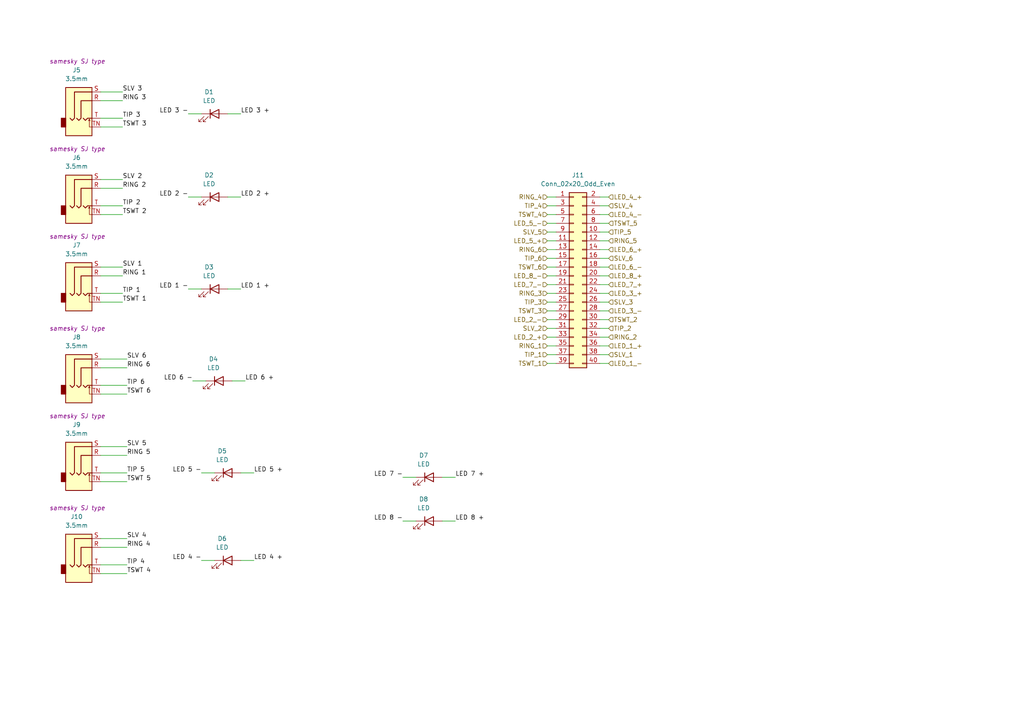
<source format=kicad_sch>
(kicad_sch (version 20231120) (generator "eeschema") (generator_version "8.0")
  (paper "A4")
  (lib_symbols
    (symbol "Connector_Audio:AudioJack3_SwitchT"
      (property "Reference" "J" (at 0 8.89 0))
      (property "Value" "AudioJack3_SwitchT" (at 0 6.35 0))
      (symbol "AudioJack3_SwitchT_0_1"
        (rectangle (start -5.08 -5.08) (end -6.35 -7.62) (stroke (width 0.254)) (fill (type outline)))
        (polyline (pts (xy 1.778 -5.334) (xy 2.032 -5.842)))
        (polyline (pts (xy 0 -5.08) (xy 0.635 -5.715) (xy 1.27 -5.08) (xy 2.54 -5.08)) (stroke (width 0.254)))
        (polyline (pts (xy 2.54 -7.62) (xy 1.778 -7.62) (xy 1.778 -5.334) (xy 1.524 -5.842)))
        (polyline (pts (xy -1.905 -5.08) (xy -1.27 -5.715) (xy -0.635 -5.08) (xy -0.635 0) (xy 2.54 0)) (stroke (width 0.254)))
        (polyline (pts (xy 2.54 2.54) (xy -2.54 2.54) (xy -2.54 -5.08) (xy -3.175 -5.715) (xy -3.81 -5.08)) (stroke (width 0.254)))
        (rectangle (start 2.54 3.81) (end -5.08 -10.16) (stroke (width 0.254)) (fill (type background)))
      )
      (symbol "AudioJack3_SwitchT_1_1"
        (pin passive line (at 5.08 0 180) (length 2.54) (name "~") (number "R"))
        (pin passive line (at 5.08 2.54 180) (length 2.54) (name "~") (number "S"))
        (pin passive line (at 5.08 -5.08 180) (length 2.54) (name "~") (number "T"))
        (pin passive line (at 5.08 -7.62 180) (length 2.54) (name "~") (number "TN"))
      )
    )
    (symbol "Connector_Generic:Conn_02x20_Odd_Even" (pin_names (offset 1.016) hide)
      (property "Reference" "J" (at 1.27 25.4 0))
      (property "Value" "Conn_02x20_Odd_Even" (at 1.27 -27.94 0))
      (symbol "Conn_02x20_Odd_Even_1_1"
        (rectangle (start -1.27 -25.273) (end 0 -25.527) (stroke (width 0.1524)))
        (rectangle (start -1.27 -22.733) (end 0 -22.987) (stroke (width 0.1524)))
        (rectangle (start -1.27 -20.193) (end 0 -20.447) (stroke (width 0.1524)))
        (rectangle (start -1.27 -17.653) (end 0 -17.907) (stroke (width 0.1524)))
        (rectangle (start -1.27 -15.113) (end 0 -15.367) (stroke (width 0.1524)))
        (rectangle (start -1.27 -12.573) (end 0 -12.827) (stroke (width 0.1524)))
        (rectangle (start -1.27 -10.033) (end 0 -10.287) (stroke (width 0.1524)))
        (rectangle (start -1.27 -7.493) (end 0 -7.747) (stroke (width 0.1524)))
        (rectangle (start -1.27 -4.953) (end 0 -5.207) (stroke (width 0.1524)))
        (rectangle (start -1.27 -2.413) (end 0 -2.667) (stroke (width 0.1524)))
        (rectangle (start -1.27 0.127) (end 0 -0.127) (stroke (width 0.1524)))
        (rectangle (start -1.27 2.667) (end 0 2.413) (stroke (width 0.1524)))
        (rectangle (start -1.27 5.207) (end 0 4.953) (stroke (width 0.1524)))
        (rectangle (start -1.27 7.747) (end 0 7.493) (stroke (width 0.1524)))
        (rectangle (start -1.27 10.287) (end 0 10.033) (stroke (width 0.1524)))
        (rectangle (start -1.27 12.827) (end 0 12.573) (stroke (width 0.1524)))
        (rectangle (start -1.27 15.367) (end 0 15.113) (stroke (width 0.1524)))
        (rectangle (start -1.27 17.907) (end 0 17.653) (stroke (width 0.1524)))
        (rectangle (start -1.27 20.447) (end 0 20.193) (stroke (width 0.1524)))
        (rectangle (start -1.27 22.987) (end 0 22.733) (stroke (width 0.1524)))
        (rectangle (start -1.27 24.13) (end 3.81 -26.67) (stroke (width 0.254)) (fill (type background)))
        (rectangle (start 3.81 -25.273) (end 2.54 -25.527) (stroke (width 0.1524)))
        (rectangle (start 3.81 -22.733) (end 2.54 -22.987) (stroke (width 0.1524)))
        (rectangle (start 3.81 -20.193) (end 2.54 -20.447) (stroke (width 0.1524)))
        (rectangle (start 3.81 -17.653) (end 2.54 -17.907) (stroke (width 0.1524)))
        (rectangle (start 3.81 -15.113) (end 2.54 -15.367) (stroke (width 0.1524)))
        (rectangle (start 3.81 -12.573) (end 2.54 -12.827) (stroke (width 0.1524)))
        (rectangle (start 3.81 -10.033) (end 2.54 -10.287) (stroke (width 0.1524)))
        (rectangle (start 3.81 -7.493) (end 2.54 -7.747) (stroke (width 0.1524)))
        (rectangle (start 3.81 -4.953) (end 2.54 -5.207) (stroke (width 0.1524)))
        (rectangle (start 3.81 -2.413) (end 2.54 -2.667) (stroke (width 0.1524)))
        (rectangle (start 3.81 0.127) (end 2.54 -0.127) (stroke (width 0.1524)))
        (rectangle (start 3.81 2.667) (end 2.54 2.413) (stroke (width 0.1524)))
        (rectangle (start 3.81 5.207) (end 2.54 4.953) (stroke (width 0.1524)))
        (rectangle (start 3.81 7.747) (end 2.54 7.493) (stroke (width 0.1524)))
        (rectangle (start 3.81 10.287) (end 2.54 10.033) (stroke (width 0.1524)))
        (rectangle (start 3.81 12.827) (end 2.54 12.573) (stroke (width 0.1524)))
        (rectangle (start 3.81 15.367) (end 2.54 15.113) (stroke (width 0.1524)))
        (rectangle (start 3.81 17.907) (end 2.54 17.653) (stroke (width 0.1524)))
        (rectangle (start 3.81 20.447) (end 2.54 20.193) (stroke (width 0.1524)))
        (rectangle (start 3.81 22.987) (end 2.54 22.733) (stroke (width 0.1524)))
        (pin passive line (at -5.08 22.86 0) (length 3.81) (name "Pin_1") (number "1"))
        (pin passive line (at 7.62 12.7 180) (length 3.81) (name "Pin_10") (number "10"))
        (pin passive line (at -5.08 10.16 0) (length 3.81) (name "Pin_11") (number "11"))
        (pin passive line (at 7.62 10.16 180) (length 3.81) (name "Pin_12") (number "12"))
        (pin passive line (at -5.08 7.62 0) (length 3.81) (name "Pin_13") (number "13"))
        (pin passive line (at 7.62 7.62 180) (length 3.81) (name "Pin_14") (number "14"))
        (pin passive line (at -5.08 5.08 0) (length 3.81) (name "Pin_15") (number "15"))
        (pin passive line (at 7.62 5.08 180) (length 3.81) (name "Pin_16") (number "16"))
        (pin passive line (at -5.08 2.54 0) (length 3.81) (name "Pin_17") (number "17"))
        (pin passive line (at 7.62 2.54 180) (length 3.81) (name "Pin_18") (number "18"))
        (pin passive line (at -5.08 0 0) (length 3.81) (name "Pin_19") (number "19"))
        (pin passive line (at 7.62 22.86 180) (length 3.81) (name "Pin_2") (number "2"))
        (pin passive line (at 7.62 0 180) (length 3.81) (name "Pin_20") (number "20"))
        (pin passive line (at -5.08 -2.54 0) (length 3.81) (name "Pin_21") (number "21"))
        (pin passive line (at 7.62 -2.54 180) (length 3.81) (name "Pin_22") (number "22"))
        (pin passive line (at -5.08 -5.08 0) (length 3.81) (name "Pin_23") (number "23"))
        (pin passive line (at 7.62 -5.08 180) (length 3.81) (name "Pin_24") (number "24"))
        (pin passive line (at -5.08 -7.62 0) (length 3.81) (name "Pin_25") (number "25"))
        (pin passive line (at 7.62 -7.62 180) (length 3.81) (name "Pin_26") (number "26"))
        (pin passive line (at -5.08 -10.16 0) (length 3.81) (name "Pin_27") (number "27"))
        (pin passive line (at 7.62 -10.16 180) (length 3.81) (name "Pin_28") (number "28"))
        (pin passive line (at -5.08 -12.7 0) (length 3.81) (name "Pin_29") (number "29"))
        (pin passive line (at -5.08 20.32 0) (length 3.81) (name "Pin_3") (number "3"))
        (pin passive line (at 7.62 -12.7 180) (length 3.81) (name "Pin_30") (number "30"))
        (pin passive line (at -5.08 -15.24 0) (length 3.81) (name "Pin_31") (number "31"))
        (pin passive line (at 7.62 -15.24 180) (length 3.81) (name "Pin_32") (number "32"))
        (pin passive line (at -5.08 -17.78 0) (length 3.81) (name "Pin_33") (number "33"))
        (pin passive line (at 7.62 -17.78 180) (length 3.81) (name "Pin_34") (number "34"))
        (pin passive line (at -5.08 -20.32 0) (length 3.81) (name "Pin_35") (number "35"))
        (pin passive line (at 7.62 -20.32 180) (length 3.81) (name "Pin_36") (number "36"))
        (pin passive line (at -5.08 -22.86 0) (length 3.81) (name "Pin_37") (number "37"))
        (pin passive line (at 7.62 -22.86 180) (length 3.81) (name "Pin_38") (number "38"))
        (pin passive line (at -5.08 -25.4 0) (length 3.81) (name "Pin_39") (number "39"))
        (pin passive line (at 7.62 20.32 180) (length 3.81) (name "Pin_4") (number "4"))
        (pin passive line (at 7.62 -25.4 180) (length 3.81) (name "Pin_40") (number "40"))
        (pin passive line (at -5.08 17.78 0) (length 3.81) (name "Pin_5") (number "5"))
        (pin passive line (at 7.62 17.78 180) (length 3.81) (name "Pin_6") (number "6"))
        (pin passive line (at -5.08 15.24 0) (length 3.81) (name "Pin_7") (number "7"))
        (pin passive line (at 7.62 15.24 180) (length 3.81) (name "Pin_8") (number "8"))
        (pin passive line (at -5.08 12.7 0) (length 3.81) (name "Pin_9") (number "9"))
      )
    )
    (symbol "Device:LED" (pin_numbers hide) (pin_names (offset 1.016) hide)
      (property "Reference" "D" (at 0 2.54 0))
      (property "Value" "LED" (at 0 -2.54 0))
      (symbol "LED_0_1"
        (polyline (pts (xy -1.27 -1.27) (xy -1.27 1.27)) (stroke (width 0.254)))
        (polyline (pts (xy -1.27 0) (xy 1.27 0)))
        (polyline (pts (xy 1.27 -1.27) (xy 1.27 1.27) (xy -1.27 0) (xy 1.27 -1.27)) (stroke (width 0.254)))
        (polyline (pts (xy -3.048 -0.762) (xy -4.572 -2.286) (xy -3.81 -2.286) (xy -4.572 -2.286) (xy -4.572 -1.524)))
        (polyline (pts (xy -1.778 -0.762) (xy -3.302 -2.286) (xy -2.54 -2.286) (xy -3.302 -2.286) (xy -3.302 -1.524)))
      )
      (symbol "LED_1_1"
        (pin passive line (at -3.81 0 0) (length 2.54) (name "K") (number "1"))
        (pin passive line (at 3.81 0 180) (length 2.54) (name "A") (number "2"))
      )
    )
  )
  (wire (pts (xy 73.66 162.56) (xy 69.85 162.56)))
  (wire (pts (xy 158.75 57.15) (xy 161.29 57.15)))
  (wire (pts (xy 158.75 90.17) (xy 161.29 90.17)))
  (wire (pts (xy 29.21 52.07) (xy 35.56 52.07)))
  (wire (pts (xy 176.53 82.55) (xy 173.99 82.55)))
  (wire (pts (xy 58.42 33.02) (xy 54.61 33.02)))
  (wire (pts (xy 29.21 62.23) (xy 35.56 62.23)))
  (wire (pts (xy 158.75 85.09) (xy 161.29 85.09)))
  (wire (pts (xy 35.56 36.83) (xy 29.21 36.83)))
  (wire (pts (xy 176.53 85.09) (xy 173.99 85.09)))
  (wire (pts (xy 62.23 162.56) (xy 58.42 162.56)))
  (wire (pts (xy 58.42 57.15) (xy 54.61 57.15)))
  (wire (pts (xy 176.53 105.41) (xy 173.99 105.41)))
  (wire (pts (xy 158.75 59.69) (xy 161.29 59.69)))
  (wire (pts (xy 158.75 62.23) (xy 161.29 62.23)))
  (wire (pts (xy 158.75 67.31) (xy 161.29 67.31)))
  (wire (pts (xy 176.53 92.71) (xy 173.99 92.71)))
  (wire (pts (xy 158.75 87.63) (xy 161.29 87.63)))
  (wire (pts (xy 35.56 87.63) (xy 29.21 87.63)))
  (wire (pts (xy 29.21 54.61) (xy 35.56 54.61)))
  (wire (pts (xy 158.75 95.25) (xy 161.29 95.25)))
  (wire (pts (xy 35.56 85.09) (xy 29.21 85.09)))
  (wire (pts (xy 176.53 62.23) (xy 173.99 62.23)))
  (wire (pts (xy 176.53 90.17) (xy 173.99 90.17)))
  (wire (pts (xy 35.56 80.01) (xy 29.21 80.01)))
  (wire (pts (xy 158.75 77.47) (xy 161.29 77.47)))
  (wire (pts (xy 176.53 64.77) (xy 173.99 64.77)))
  (wire (pts (xy 29.21 104.14) (xy 36.83 104.14)))
  (wire (pts (xy 73.66 137.16) (xy 69.85 137.16)))
  (wire (pts (xy 62.23 137.16) (xy 58.42 137.16)))
  (wire (pts (xy 36.83 158.75) (xy 29.21 158.75)))
  (wire (pts (xy 29.21 132.08) (xy 36.83 132.08)))
  (wire (pts (xy 158.75 102.87) (xy 161.29 102.87)))
  (wire (pts (xy 69.85 83.82) (xy 66.04 83.82)))
  (wire (pts (xy 158.75 69.85) (xy 161.29 69.85)))
  (wire (pts (xy 71.12 110.49) (xy 67.31 110.49)))
  (wire (pts (xy 36.83 139.7) (xy 29.21 139.7)))
  (wire (pts (xy 176.53 80.01) (xy 173.99 80.01)))
  (wire (pts (xy 36.83 156.21) (xy 29.21 156.21)))
  (wire (pts (xy 176.53 102.87) (xy 173.99 102.87)))
  (wire (pts (xy 176.53 95.25) (xy 173.99 95.25)))
  (wire (pts (xy 36.83 137.16) (xy 29.21 137.16)))
  (wire (pts (xy 176.53 59.69) (xy 173.99 59.69)))
  (wire (pts (xy 132.08 151.13) (xy 128.27 151.13)))
  (wire (pts (xy 29.21 111.76) (xy 36.83 111.76)))
  (wire (pts (xy 158.75 92.71) (xy 161.29 92.71)))
  (wire (pts (xy 36.83 166.37) (xy 29.21 166.37)))
  (wire (pts (xy 176.53 57.15) (xy 173.99 57.15)))
  (wire (pts (xy 69.85 33.02) (xy 66.04 33.02)))
  (wire (pts (xy 158.75 64.77) (xy 161.29 64.77)))
  (wire (pts (xy 29.21 59.69) (xy 35.56 59.69)))
  (wire (pts (xy 176.53 69.85) (xy 173.99 69.85)))
  (wire (pts (xy 158.75 72.39) (xy 161.29 72.39)))
  (wire (pts (xy 29.21 129.54) (xy 36.83 129.54)))
  (wire (pts (xy 29.21 106.68) (xy 36.83 106.68)))
  (wire (pts (xy 58.42 83.82) (xy 54.61 83.82)))
  (wire (pts (xy 120.65 151.13) (xy 116.84 151.13)))
  (wire (pts (xy 120.65 138.43) (xy 116.84 138.43)))
  (wire (pts (xy 176.53 77.47) (xy 173.99 77.47)))
  (wire (pts (xy 35.56 26.67) (xy 29.21 26.67)))
  (wire (pts (xy 176.53 72.39) (xy 173.99 72.39)))
  (wire (pts (xy 29.21 114.3) (xy 36.83 114.3)))
  (wire (pts (xy 176.53 67.31) (xy 173.99 67.31)))
  (wire (pts (xy 176.53 74.93) (xy 173.99 74.93)))
  (wire (pts (xy 69.85 57.15) (xy 66.04 57.15)))
  (wire (pts (xy 132.08 138.43) (xy 128.27 138.43)))
  (wire (pts (xy 176.53 87.63) (xy 173.99 87.63)))
  (wire (pts (xy 176.53 97.79) (xy 173.99 97.79)))
  (wire (pts (xy 158.75 82.55) (xy 161.29 82.55)))
  (wire (pts (xy 35.56 77.47) (xy 29.21 77.47)))
  (wire (pts (xy 35.56 29.21) (xy 29.21 29.21)))
  (wire (pts (xy 158.75 97.79) (xy 161.29 97.79)))
  (wire (pts (xy 158.75 74.93) (xy 161.29 74.93)))
  (wire (pts (xy 176.53 100.33) (xy 173.99 100.33)))
  (wire (pts (xy 35.56 34.29) (xy 29.21 34.29)))
  (wire (pts (xy 59.69 110.49) (xy 55.88 110.49)))
  (wire (pts (xy 158.75 80.01) (xy 161.29 80.01)))
  (wire (pts (xy 158.75 105.41) (xy 161.29 105.41)))
  (wire (pts (xy 158.75 100.33) (xy 161.29 100.33)))
  (wire (pts (xy 36.83 163.83) (xy 29.21 163.83)))
  (label "TSWT 5" (at 36.83 139.7 0))
  (label "TSWT 3" (at 35.56 36.83 0))
  (label "SLV 3" (at 35.56 26.67 0))
  (label "SLV 6" (at 36.83 104.14 0))
  (label "LED 5 +" (at 73.66 137.16 0))
  (label "TSWT 2" (at 35.56 62.23 0))
  (label "SLV 1" (at 35.56 77.47 0))
  (label "RING 5" (at 36.83 132.08 0))
  (label "SLV 4" (at 36.83 156.21 0))
  (label "TSWT 1" (at 35.56 87.63 0))
  (label "RING 2" (at 35.56 54.61 0))
  (label "LED 4 -" (at 58.42 162.56 180))
  (label "TIP 6" (at 36.83 111.76 0))
  (label "SLV 2" (at 35.56 52.07 0))
  (label "LED 3 +" (at 69.85 33.02 0))
  (label "LED 8 -" (at 116.84 151.13 180))
  (label "TSWT 4" (at 36.83 166.37 0))
  (label "LED 4 +" (at 73.66 162.56 0))
  (label "LED 3 -" (at 54.61 33.02 180))
  (label "RING 3" (at 35.56 29.21 0))
  (label "LED 2 -" (at 54.61 57.15 180))
  (label "TIP 5" (at 36.83 137.16 0))
  (label "TIP 1" (at 35.56 85.09 0))
  (label "TIP 4" (at 36.83 163.83 0))
  (label "RING 4" (at 36.83 158.75 0))
  (label "LED 6 +" (at 71.12 110.49 0))
  (label "LED 1 -" (at 54.61 83.82 180))
  (label "LED 6 -" (at 55.88 110.49 180))
  (label "LED 1 +" (at 69.85 83.82 0))
  (label "SLV 5" (at 36.83 129.54 0))
  (label "TSWT 6" (at 36.83 114.3 0))
  (label "LED 5 -" (at 58.42 137.16 180))
  (label "RING 1" (at 35.56 80.01 0))
  (label "LED 8 +" (at 132.08 151.13 0))
  (label "RING 6" (at 36.83 106.68 0))
  (label "LED 7 +" (at 132.08 138.43 0))
  (label "LED 2 +" (at 69.85 57.15 0))
  (label "TIP 2" (at 35.56 59.69 0))
  (label "TIP 3" (at 35.56 34.29 0))
  (label "LED 7 -" (at 116.84 138.43 180))
  (hierarchical_label "TSWT_3" (shape input) (at 158.75 90.17 180))
  (hierarchical_label "RING_2" (shape input) (at 176.53 97.79 0))
  (hierarchical_label "LED_5_+" (shape input) (at 158.75 69.85 180))
  (hierarchical_label "LED_7_+" (shape input) (at 176.53 82.55 0))
  (hierarchical_label "TSWT_2" (shape input) (at 176.53 92.71 0))
  (hierarchical_label "LED_2_-" (shape input) (at 158.75 92.71 180))
  (hierarchical_label "LED_6_-" (shape input) (at 176.53 77.47 0))
  (hierarchical_label "TSWT_4" (shape input) (at 158.75 62.23 180))
  (hierarchical_label "LED_5_-" (shape input) (at 158.75 64.77 180))
  (hierarchical_label "TIP_1" (shape input) (at 158.75 102.87 180))
  (hierarchical_label "SLV_3" (shape input) (at 176.53 87.63 0))
  (hierarchical_label "TSWT_1" (shape input) (at 158.75 105.41 180))
  (hierarchical_label "TIP_2" (shape input) (at 176.53 95.25 0))
  (hierarchical_label "TIP_3" (shape input) (at 158.75 87.63 180))
  (hierarchical_label "LED_4_-" (shape input) (at 176.53 62.23 0))
  (hierarchical_label "SLV_2" (shape input) (at 158.75 95.25 180))
  (hierarchical_label "TIP_4" (shape input) (at 158.75 59.69 180))
  (hierarchical_label "RING_5" (shape input) (at 176.53 69.85 0))
  (hierarchical_label "LED_8_+" (shape input) (at 176.53 80.01 0))
  (hierarchical_label "RING_1" (shape input) (at 158.75 100.33 180))
  (hierarchical_label "LED_8_-" (shape input) (at 158.75 80.01 180))
  (hierarchical_label "RING_3" (shape input) (at 158.75 85.09 180))
  (hierarchical_label "SLV_4" (shape input) (at 176.53 59.69 0))
  (hierarchical_label "SLV_5" (shape input) (at 158.75 67.31 180))
  (hierarchical_label "SLV_6" (shape input) (at 176.53 74.93 0))
  (hierarchical_label "RING_6" (shape input) (at 158.75 72.39 180))
  (hierarchical_label "LED_4_+" (shape input) (at 176.53 57.15 0))
  (hierarchical_label "LED_2_+" (shape input) (at 158.75 97.79 180))
  (hierarchical_label "TSWT_5" (shape input) (at 176.53 64.77 0))
  (hierarchical_label "RING_4" (shape input) (at 158.75 57.15 180))
  (hierarchical_label "SLV_1" (shape input) (at 176.53 102.87 0))
  (hierarchical_label "LED_6_+" (shape input) (at 176.53 72.39 0))
  (hierarchical_label "LED_1_-" (shape input) (at 176.53 105.41 0))
  (hierarchical_label "TIP_5" (shape input) (at 176.53 67.31 0))
  (hierarchical_label "LED_1_+" (shape input) (at 176.53 100.33 0))
  (hierarchical_label "LED_3_+" (shape input) (at 176.53 85.09 0))
  (hierarchical_label "TSWT_6" (shape input) (at 158.75 77.47 180))
  (hierarchical_label "LED_7_-" (shape input) (at 158.75 82.55 180))
  (hierarchical_label "LED_3_-" (shape input) (at 176.53 90.17 0))
  (hierarchical_label "TIP_6" (shape input) (at 158.75 74.93 180))
  (symbol (lib_id "Device:LED") (at 62.23 57.15 0) (unit 1)
    (property "Reference" "D2" (at 60.6425 50.8 0))
    (property "Value" "LED" (at 60.6425 53.34 0))
    (property "Description" "Light emitting diode" (effects (hide yes)))
  )
  (symbol (lib_id "Connector_Audio:AudioJack3_SwitchT") (at 24.13 106.68 0) (unit 1)
    (property "Reference" "J8" (at 22.225 97.79 0))
    (property "Value" "3.5mm" (at 22.225 100.33 0))
    (property "Footprint" "Connector_Audio:Jack_3.5mm_CUI_SJ-3524-SMT_Horizontal" (effects (hide yes)))
    (property "Description" "Audio Jack, 3 Poles (Stereo / TRS), Switched T Pole (Normalling)" (effects (hide yes)))
    (property "Field5" "samesky SJ type" (at 22.352 95.25 0) (effects (font (italic yes))))
  )
  (symbol (lib_id "Connector_Audio:AudioJack3_SwitchT") (at 24.13 80.01 0) (unit 1)
    (property "Reference" "J7" (at 22.225 71.12 0))
    (property "Value" "3.5mm" (at 22.225 73.66 0))
    (property "Footprint" "Connector_Audio:Jack_3.5mm_CUI_SJ-3524-SMT_Horizontal" (effects (hide yes)))
    (property "Description" "Audio Jack, 3 Poles (Stereo / TRS), Switched T Pole (Normalling)" (effects (hide yes)))
    (property "Field5" "samesky SJ type" (at 22.352 68.58 0) (effects (font (italic yes))))
  )
  (symbol (lib_id "Device:LED") (at 62.23 33.02 0) (unit 1)
    (property "Reference" "D1" (at 60.6425 26.67 0))
    (property "Value" "LED" (at 60.6425 29.21 0))
    (property "Description" "Light emitting diode" (effects (hide yes)))
  )
  (symbol (lib_id "Connector_Generic:Conn_02x20_Odd_Even") (at 166.37 80.01 0) (unit 1)
    (property "Reference" "J11" (at 167.64 50.8 0))
    (property "Value" "Conn_02x20_Odd_Even" (at 167.64 53.34 0))
    (property "Description" "Generic connector, double row, 02x20, odd/even pin numbering scheme (row 1 odd numbers, row 2 even numbers), script generated (kicad-library-utils/schlib/autogen/connector/)" (effects (hide yes)))
  )
  (symbol (lib_id "Connector_Audio:AudioJack3_SwitchT") (at 24.13 29.21 0) (unit 1)
    (property "Reference" "J5" (at 22.225 20.32 0))
    (property "Value" "3.5mm" (at 22.225 22.86 0))
    (property "Footprint" "Connector_Audio:Jack_3.5mm_CUI_SJ-3524-SMT_Horizontal" (effects (hide yes)))
    (property "Description" "Audio Jack, 3 Poles (Stereo / TRS), Switched T Pole (Normalling)" (effects (hide yes)))
    (property "Field5" "samesky SJ type" (at 22.352 17.78 0) (effects (font (italic yes))))
  )
  (symbol (lib_id "Device:LED") (at 62.23 83.82 0) (unit 1)
    (property "Reference" "D3" (at 60.6425 77.47 0))
    (property "Value" "LED" (at 60.6425 80.01 0))
    (property "Description" "Light emitting diode" (effects (hide yes)))
  )
  (symbol (lib_id "Connector_Audio:AudioJack3_SwitchT") (at 24.13 132.08 0) (unit 1)
    (property "Reference" "J9" (at 22.225 123.19 0))
    (property "Value" "3.5mm" (at 22.225 125.73 0))
    (property "Footprint" "Connector_Audio:Jack_3.5mm_CUI_SJ-3524-SMT_Horizontal" (effects (hide yes)))
    (property "Description" "Audio Jack, 3 Poles (Stereo / TRS), Switched T Pole (Normalling)" (effects (hide yes)))
    (property "Field5" "samesky SJ type" (at 22.352 120.65 0) (effects (font (italic yes))))
  )
  (symbol (lib_id "Device:LED") (at 66.04 137.16 0) (unit 1)
    (property "Reference" "D5" (at 64.4525 130.81 0))
    (property "Value" "LED" (at 64.4525 133.35 0))
    (property "Description" "Light emitting diode" (effects (hide yes)))
  )
  (symbol (lib_id "Device:LED") (at 124.46 151.13 0) (unit 1)
    (property "Reference" "D8" (at 122.8725 144.78 0))
    (property "Value" "LED" (at 122.8725 147.32 0))
    (property "Description" "Light emitting diode" (effects (hide yes)))
  )
  (symbol (lib_id "Connector_Audio:AudioJack3_SwitchT") (at 24.13 54.61 0) (unit 1)
    (property "Reference" "J6" (at 22.225 45.72 0))
    (property "Value" "3.5mm" (at 22.225 48.26 0))
    (property "Footprint" "Connector_Audio:Jack_3.5mm_CUI_SJ-3524-SMT_Horizontal" (effects (hide yes)))
    (property "Description" "Audio Jack, 3 Poles (Stereo / TRS), Switched T Pole (Normalling)" (effects (hide yes)))
    (property "Field5" "samesky SJ type" (at 22.352 43.18 0) (effects (font (italic yes))))
  )
  (symbol (lib_id "Device:LED") (at 124.46 138.43 0) (unit 1)
    (property "Reference" "D7" (at 122.8725 132.08 0))
    (property "Value" "LED" (at 122.8725 134.62 0))
    (property "Description" "Light emitting diode" (effects (hide yes)))
  )
  (symbol (lib_id "Device:LED") (at 63.5 110.49 0) (unit 1)
    (property "Reference" "D4" (at 61.9125 104.14 0))
    (property "Value" "LED" (at 61.9125 106.68 0))
    (property "Description" "Light emitting diode" (effects (hide yes)))
  )
  (symbol (lib_id "Connector_Audio:AudioJack3_SwitchT") (at 24.13 158.75 0) (unit 1)
    (property "Reference" "J10" (at 22.225 149.86 0))
    (property "Value" "3.5mm" (at 22.225 152.4 0))
    (property "Footprint" "Connector_Audio:Jack_3.5mm_CUI_SJ-3524-SMT_Horizontal" (effects (hide yes)))
    (property "Description" "Audio Jack, 3 Poles (Stereo / TRS), Switched T Pole (Normalling)" (effects (hide yes)))
    (property "Field5" "samesky SJ type" (at 22.352 147.32 0) (effects (font (italic yes))))
  )
  (symbol (lib_id "Device:LED") (at 66.04 162.56 0) (unit 1)
    (property "Reference" "D6" (at 64.4525 156.21 0))
    (property "Value" "LED" (at 64.4525 158.75 0))
    (property "Description" "Light emitting diode" (effects (hide yes)))
  )
)
</source>
